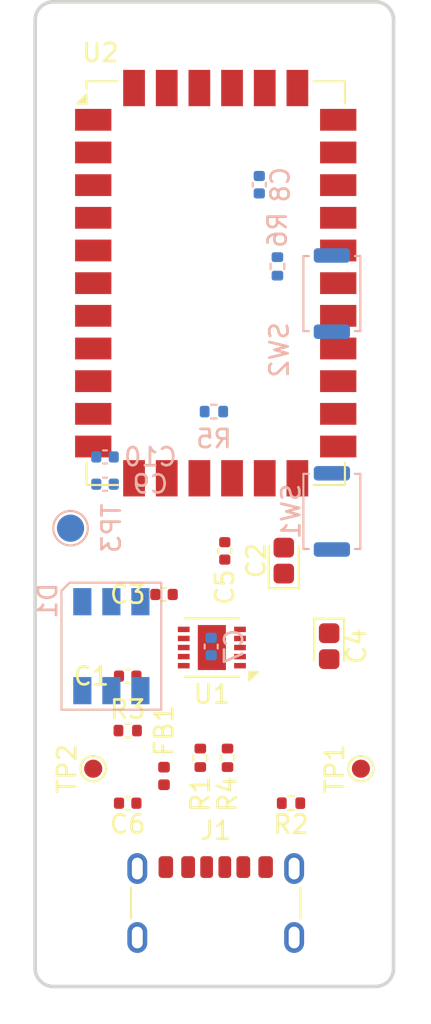
<source format=kicad_pcb>
(kicad_pcb (version 20241229) (generator "pcbnew") (generator_version "9.0")
  (layers (0 "F.Cu" signal) (2 "B.Cu" signal) (13 "F.Paste" user) (15 "B.Paste" user) (5 "F.SilkS" user "F.Silkscreen") (7 "B.SilkS" user "B.Silkscreen") (1 "F.Mask" user) (3 "B.Mask" user) (25 "Edge.Cuts" user))
  (net 0 "")
  (net 1 "+5V")
  (net 2 "GND")
  (net 3 "+3V3")
  (net 4 "VBUS")
  (net 5 "~{RST}")
  (net 6 "LED_IN")
  (net 7 "Net-(D1-DOUT)")
  (net 9 "Net-(J1-D--PadA7)")
  (net 10 "Net-(J1-CC2)")
  (net 11 "Net-(J1-D+-PadA6)")
  (net 12 "Net-(J1-CC1)")
  (net 13 "USBD-")
  (net 14 "USBD+")
  (net 15 "RAK_BOOT")
  (net 16 "I2C1_SDA")
  (net 18 "I2C1_SCL")
  (net 30 "RF_OUT")
  (footprint "Capacitor_SMD:C_0402_1005Metric" (layer "F.Cu") (at 139.65 105.4)
    (property "Reference" "C3" (at -2 0 0) (layer "F.SilkS"))
    (property "Value" "0.1u")
    (fp_line (start -0.107836 -0.36) (end 0.107836 -0.36) (stroke (width 0.12)) (layer "F.SilkS"))
    (fp_line (start -0.107836 0.36) (end 0.107836 0.36) (stroke (width 0.12)) (layer "F.SilkS"))
    (pad "1" smd roundrect (at -0.48 0) (size 0.56 0.62) (layers "F.Cu" "F.Mask" "F.Paste") (net 3 "+3V3"))
    (pad "2" smd roundrect (at 0.48 0) (size 0.56 0.62) (layers "F.Cu" "F.Mask" "F.Paste") (net 2 "GND"))
  )
  (footprint "Resistor_SMD:R_0402_1005Metric" (layer "F.Cu") (at 141.65 114.4 90)
    (property "Reference" "R1" (at -2 0 90) (layer "F.SilkS"))
    (property "Value" "27")
    (fp_line (start -0.153641 -0.38) (end 0.153641 -0.38) (stroke (width 0.12)) (layer "F.SilkS"))
    (fp_line (start -0.153641 0.38) (end 0.153641 0.38) (stroke (width 0.12)) (layer "F.SilkS"))
    (pad "1" smd roundrect (at -0.51 0 90) (size 0.54 0.64) (layers "F.Cu" "F.Mask" "F.Paste") (net 9 "Net-(J1-D--PadA7)"))
    (pad "2" smd roundrect (at 0.51 0 90) (size 0.54 0.64) (layers "F.Cu" "F.Mask" "F.Paste") (net 13 "USBD-"))
  )
  (footprint "Inductor_SMD:L_0402_1005Metric" (layer "F.Cu") (at 139.65 115.4 90)
    (property "Reference" "FB1" (at 2.5 0 90) (layer "F.SilkS"))
    (property "Value" "FerriteBead" (hide yes))
    (pad "1" smd roundrect (at -0.485 0 90) (size 0.59 0.64) (layers "F.Cu" "F.Mask" "F.Paste") (net 4 "VBUS"))
    (pad "2" smd roundrect (at 0.485 0 90) (size 0.59 0.64) (layers "F.Cu" "F.Mask" "F.Paste") (net 1 "+5V"))
  )
  (footprint "Resistor_SMD:R_0402_1005Metric" (layer "F.Cu") (at 146.65 116.9 180)
    (property "Reference" "R2" (at 0 -1.17 0) (layer "F.SilkS"))
    (property "Value" "5.1k")
    (fp_line (start -0.153641 0.38) (end 0.153641 0.38) (stroke (width 0.12)) (layer "F.SilkS"))
    (fp_line (start -0.153641 -0.38) (end 0.153641 -0.38) (stroke (width 0.12)) (layer "F.SilkS"))
    (pad "1" smd roundrect (at -0.51 0 180) (size 0.54 0.64) (layers "F.Cu" "F.Mask" "F.Paste") (net 2 "GND"))
    (pad "2" smd roundrect (at 0.51 0 180) (size 0.54 0.64) (layers "F.Cu" "F.Mask" "F.Paste") (net 10 "Net-(J1-CC2)"))
  )
  (footprint "Capacitor_SMD:C_0402_1005Metric" (layer "F.Cu") (at 137.65 116.9 180)
    (property "Reference" "C6" (at 0 -1.16 0) (layer "F.SilkS"))
    (property "Value" "10nF")
    (fp_line (start -0.107836 0.36) (end 0.107836 0.36) (stroke (width 0.12)) (layer "F.SilkS"))
    (fp_line (start -0.107836 -0.36) (end 0.107836 -0.36) (stroke (width 0.12)) (layer "F.SilkS"))
    (pad "1" smd roundrect (at -0.48 0 180) (size 0.56 0.62) (layers "F.Cu" "F.Mask" "F.Paste") (net 4 "VBUS"))
    (pad "2" smd roundrect (at 0.48 0 180) (size 0.56 0.62) (layers "F.Cu" "F.Mask" "F.Paste") (net 2 "GND"))
  )
  (footprint "TestPoint:TestPoint_Pad_D1.0mm" (layer "F.Cu") (at 135.75 115 90)
    (property "Reference" "TP2" (at 0 -1.448 90) (layer "F.SilkS"))
    (property "Value" "TestPoint")
    (fp_circle (center 0 0) (end 0 0.7) (stroke (width 0.12)) (fill no) (layer "F.SilkS"))
    (pad "1" smd circle (at 0 0 90) (size 1 1) (layers "F.Cu" "F.Mask") (net 9 "Net-(J1-D--PadA7)"))
  )
  (footprint "TestPoint:TestPoint_Pad_D1.0mm" (layer "F.Cu") (at 150.5 115 90)
    (property "Reference" "TP1" (at 0 -1.448 90) (layer "F.SilkS"))
    (property "Value" "TestPoint")
    (fp_circle (center 0 0) (end 0 0.7) (stroke (width 0.12)) (fill no) (layer "F.SilkS"))
    (pad "1" smd circle (at 0 0 90) (size 1 1) (layers "F.Cu" "F.Mask") (net 11 "Net-(J1-D+-PadA6)"))
  )
  (footprint "Resistor_SMD:R_0402_1005Metric" (layer "F.Cu") (at 137.65 112.9)
    (property "Reference" "R3" (at 0 -1.17 0) (layer "F.SilkS"))
    (property "Value" "5.1k")
    (fp_line (start -0.153641 -0.38) (end 0.153641 -0.38) (stroke (width 0.12)) (layer "F.SilkS"))
    (fp_line (start -0.153641 0.38) (end 0.153641 0.38) (stroke (width 0.12)) (layer "F.SilkS"))
    (pad "1" smd roundrect (at -0.51 0) (size 0.54 0.64) (layers "F.Cu" "F.Mask" "F.Paste") (net 2 "GND"))
    (pad "2" smd roundrect (at 0.51 0) (size 0.54 0.64) (layers "F.Cu" "F.Mask" "F.Paste") (net 12 "Net-(J1-CC1)"))
  )
  (footprint "Capacitor_SMD:C_0402_1005Metric" (layer "F.Cu") (at 137.65 109.9 180)
    (property "Reference" "C1" (at 2 0 0) (layer "F.SilkS"))
    (property "Value" "0.1u")
    (fp_line (start -0.107836 0.36) (end 0.107836 0.36) (stroke (width 0.12)) (layer "F.SilkS"))
    (fp_line (start -0.107836 -0.36) (end 0.107836 -0.36) (stroke (width 0.12)) (layer "F.SilkS"))
    (pad "1" smd roundrect (at -0.48 0 180) (size 0.56 0.62) (layers "F.Cu" "F.Mask" "F.Paste") (net 1 "+5V"))
    (pad "2" smd roundrect (at 0.48 0 180) (size 0.56 0.62) (layers "F.Cu" "F.Mask" "F.Paste") (net 2 "GND"))
  )
  (footprint "Package_DFN_QFN:DFN-10-1EP_3x3mm_P0.5mm_EP1.55x2.48mm" (layer "F.Cu") (at 142.2875 108.325 180)
    (property "Reference" "U1" (at 0 -2.575 0) (layer "F.SilkS"))
    (property "Value" "FT200XD")
    (fp_line (start -1.5 1.61) (end 1.5 1.61) (stroke (width 0.12)) (layer "F.SilkS"))
    (fp_line (start -1.5 -1.61) (end 1.5 -1.61) (stroke (width 0.12)) (layer "F.SilkS"))
    (fp_poly (pts (xy -2.06 -1.34) (xy -2.54 -1.34) (xy -2.06 -1.82) (xy -2.06 -1.34)) (stroke (width 0.12)) (fill yes) (layer "F.SilkS"))
    (pad "1" smd rect (at -1.55 -1 180) (size 0.65 0.3) (layers "F.Cu" "F.Mask" "F.Paste") (net 13 "USBD-"))
    (pad "2" smd rect (at -1.55 -0.5 180) (size 0.65 0.3) (layers "F.Cu" "F.Mask" "F.Paste") (net 2 "GND"))
    (pad "3" smd rect (at -1.55 0 180) (size 0.65 0.3) (layers "F.Cu" "F.Mask" "F.Paste") (net 3 "+3V3"))
    (pad "4" smd rect (at -1.55 0.5 180) (size 0.65 0.3) (layers "F.Cu" "F.Mask" "F.Paste") (net 1 "+5V"))
    (pad "5" smd rect (at -1.55 1 180) (size 0.65 0.3) (layers "F.Cu" "F.Mask" "F.Paste"))
    (pad "6" smd rect (at 1.55 1 180) (size 0.65 0.3) (layers "F.Cu" "F.Mask" "F.Paste") (net 18 "I2C1_SCL"))
    (pad "7" smd rect (at 1.55 0.5 180) (size 0.65 0.3) (layers "F.Cu" "F.Mask" "F.Paste") (net 3 "+3V3"))
    (pad "8" smd rect (at 1.55 0 180) (size 0.65 0.3) (layers "F.Cu" "F.Mask" "F.Paste") (net 16 "I2C1_SDA"))
    (pad "9" smd rect (at 1.55 -0.5 180) (size 0.65 0.3) (layers "F.Cu" "F.Mask" "F.Paste") (net 2 "GND"))
    (pad "10" smd rect (at 1.55 -1 180) (size 0.65 0.3) (layers "F.Cu" "F.Mask" "F.Paste") (net 14 "USBD+"))
    (pad "11" smd rect (at 0 0 180) (size 1.55 2.48) (layers "F.Cu" "F.Mask") (net 2 "GND"))
  )
  (footprint "Resistor_SMD:R_0402_1005Metric" (layer "F.Cu") (at 143.15 114.4 90)
    (property "Reference" "R4" (at -2 0 90) (layer "F.SilkS"))
    (property "Value" "27")
    (fp_line (start -0.153641 -0.38) (end 0.153641 -0.38) (stroke (width 0.12)) (layer "F.SilkS"))
    (fp_line (start -0.153641 0.38) (end 0.153641 0.38) (stroke (width 0.12)) (layer "F.SilkS"))
    (pad "1" smd roundrect (at -0.51 0 90) (size 0.54 0.64) (layers "F.Cu" "F.Mask" "F.Paste") (net 11 "Net-(J1-D+-PadA6)"))
    (pad "2" smd roundrect (at 0.51 0 90) (size 0.54 0.64) (layers "F.Cu" "F.Mask" "F.Paste") (net 14 "USBD+"))
  )
  (footprint "Capacitor_Tantalum_SMD:CP_EIA-1608-08_AVX-J" (layer "F.Cu") (at 146.25 103.535 90)
    (property "Reference" "C2" (at 0 -1.52 90) (layer "F.SilkS"))
    (property "Value" "4.7u")
    (fp_line (start 0.8 -0.825) (end -1.52 -0.825) (stroke (width 0.12)) (layer "F.SilkS"))
    (fp_line (start -1.52 -0.825) (end -1.52 0.825) (stroke (width 0.12)) (layer "F.SilkS"))
    (fp_line (start -1.52 0.825) (end 0.8 0.825) (stroke (width 0.12)) (layer "F.SilkS"))
    (pad "1" smd roundrect (at -0.715 0 90) (size 1.09 1.13) (layers "F.Cu" "F.Mask" "F.Paste") (roundrect_rratio 0.229358) (net 1 "+5V"))
    (pad "2" smd roundrect (at 0.715 0 90) (size 1.09 1.13) (layers "F.Cu" "F.Mask" "F.Paste") (roundrect_rratio 0.229358) (net 2 "GND"))
  )
  (footprint "Connector_USB:USB_C_Receptacle_GCT_USB4125-xx-x_6P_TopMnt_Horizontal" (layer "F.Cu") (at 142.5 123.5)
    (property "Reference" "J1" (at 0 -5.1 0) (layer "F.SilkS"))
    (property "Value" "USB_C_Receptacle_USB2.0_14P")
    (fp_line (start -4.67 -0.25) (end -4.67 -1.95) (stroke (width 0.12)) (layer "F.SilkS"))
    (fp_line (start 4.67 -0.25) (end 4.67 -1.95) (stroke (width 0.12)) (layer "F.SilkS"))
    (pad "A5" smd roundrect (at -0.5 -3.08) (size 0.7 1.2) (layers "F.Cu" "F.Mask" "F.Paste") (net 12 "Net-(J1-CC1)"))
    (pad "A9" smd roundrect (at 1.52 -3.08 180) (size 0.76 1.2) (layers "F.Cu" "F.Mask" "F.Paste") (net 4 "VBUS"))
    (pad "A12" smd roundrect (at 2.75 -3.08 180) (size 0.8 1.2) (layers "F.Cu" "F.Mask" "F.Paste") (net 2 "GND"))
    (pad "B5" smd roundrect (at 0.5 -3.08 180) (size 0.7 1.2) (layers "F.Cu" "F.Mask" "F.Paste") (net 10 "Net-(J1-CC2)"))
    (pad "B9" smd roundrect (at -1.52 -3.08) (size 0.76 1.2) (layers "F.Cu" "F.Mask" "F.Paste") (net 4 "VBUS"))
    (pad "B12" smd roundrect (at -2.75 -3.08) (size 0.8 1.2) (layers "F.Cu" "F.Mask" "F.Paste") (net 2 "GND"))
    (pad "S1" thru_hole oval (at -4.32 -3) (size 1.1 1.7) (drill oval 0.6 1.2) (property pad_prop_heatsink) (layers "*.Cu" "*.Mask" "F.Paste") (net 2 "GND"))
    (pad "S1" thru_hole oval (at -4.32 0.8) (size 1.1 1.7) (drill oval 0.6 1.2) (property pad_prop_heatsink) (layers "*.Cu" "*.Mask" "F.Paste") (net 2 "GND"))
    (pad "S1" thru_hole oval (at 4.32 -3) (size 1.1 1.7) (drill oval 0.6 1.2) (property pad_prop_heatsink) (layers "*.Cu" "*.Mask" "F.Paste") (net 2 "GND"))
    (pad "S1" thru_hole oval (at 4.32 0.8) (size 1.1 1.7) (drill oval 0.6 1.2) (property pad_prop_heatsink) (layers "*.Cu" "*.Mask" "F.Paste") (net 2 "GND"))
  )
  (footprint "Capacitor_SMD:C_0402_1005Metric" (layer "F.Cu") (at 143 103 90)
    (property "Reference" "C5" (at -2 0 90) (layer "F.SilkS"))
    (property "Value" "0.1u")
    (fp_line (start -0.107836 -0.36) (end 0.107836 -0.36) (stroke (width 0.12)) (layer "F.SilkS"))
    (fp_line (start -0.107836 0.36) (end 0.107836 0.36) (stroke (width 0.12)) (layer "F.SilkS"))
    (pad "1" smd roundrect (at -0.48 0 90) (size 0.56 0.62) (layers "F.Cu" "F.Mask" "F.Paste") (net 3 "+3V3"))
    (pad "2" smd roundrect (at 0.48 0 90) (size 0.56 0.62) (layers "F.Cu" "F.Mask" "F.Paste") (net 2 "GND"))
  )
  (footprint "RF_Module:RAK811" (layer "F.Cu") (at 142.5 88.25)
    (property "Reference" "U2" (at -6.35 -12.7 0) (layer "F.SilkS"))
    (property "Value" "RAK811-HF-EU868")
    (fp_line (start -7.12 -11.12) (end -7.12 -10.7) (stroke (width 0.12)) (layer "F.SilkS"))
    (fp_line (start -7.12 -11.12) (end -5.4 -11.12) (stroke (width 0.12)) (layer "F.SilkS"))
    (fp_line (start -7.12 11.12) (end -7.12 9.9) (stroke (width 0.12)) (layer "F.SilkS"))
    (fp_line (start -5.4 11.12) (end -7.12 11.12) (stroke (width 0.12)) (layer "F.SilkS"))
    (fp_line (start 5.4 -11.12) (end 7.12 -11.12) (stroke (width 0.12)) (layer "F.SilkS"))
    (fp_line (start 5.4 11.12) (end 7.12 11.12) (stroke (width 0.12)) (layer "F.SilkS"))
    (fp_line (start 7.12 -11.12) (end 7.12 -9.9) (stroke (width 0.12)) (layer "F.SilkS"))
    (fp_line (start 7.12 9.9) (end 7.12 11.12) (stroke (width 0.12)) (layer "F.SilkS"))
    (fp_poly (pts (xy -7.12 -9.9) (xy -7.62 -9.9) (xy -7.12 -10.4) (xy -7.12 -9.9)) (stroke (width 0.12)) (fill yes) (layer "F.SilkS"))
    (pad "1" smd rect (at -6.75 -9) (size 2 1.2) (layers "F.Cu" "F.Mask" "F.Paste") (net 2 "GND"))
    (pad "2" smd rect (at -6.75 -7.2) (size 2 1.2) (layers "F.Cu" "F.Mask" "F.Paste"))
    (pad "3" smd rect (at -6.75 -5.4) (size 2 1.2) (layers "F.Cu" "F.Mask" "F.Paste"))
    (pad "4" smd rect (at -6.75 -3.6) (size 2 1.2) (layers "F.Cu" "F.Mask" "F.Paste"))
    (pad "5" smd rect (at -6.75 -1.8) (size 2 1.2) (layers "F.Cu" "F.Mask" "F.Paste"))
    (pad "6" smd rect (at -6.75 0) (size 2 1.2) (layers "F.Cu" "F.Mask" "F.Paste"))
    (pad "7" smd rect (at -6.75 1.8) (size 2 1.2) (layers "F.Cu" "F.Mask" "F.Paste"))
    (pad "8" smd rect (at -6.75 3.6) (size 2 1.2) (layers "F.Cu" "F.Mask" "F.Paste"))
    (pad "9" smd rect (at -6.75 5.4) (size 2 1.2) (layers "F.Cu" "F.Mask" "F.Paste"))
    (pad "10" smd rect (at -6.75 7.2) (size 2 1.2) (layers "F.Cu" "F.Mask" "F.Paste"))
    (pad "11" smd rect (at -6.75 9) (size 2 1.2) (layers "F.Cu" "F.Mask" "F.Paste") (net 3 "+3V3"))
    (pad "12" smd rect (at -4.5 10.75) (size 1.2 2) (layers "F.Cu" "F.Mask" "F.Paste") (net 2 "GND"))
    (pad "13" smd rect (at -2.7 10.75) (size 1.2 2) (layers "F.Cu" "F.Mask" "F.Paste") (net 6 "LED_IN"))
    (pad "14" smd rect (at -0.9 10.75) (size 1.2 2) (layers "F.Cu" "F.Mask" "F.Paste"))
    (pad "15" smd rect (at 0.9 10.75) (size 1.2 2) (layers "F.Cu" "F.Mask" "F.Paste"))
    (pad "16" smd rect (at 2.7 10.75) (size 1.2 2) (layers "F.Cu" "F.Mask" "F.Paste"))
    (pad "17" smd rect (at 4.5 10.75) (size 1.2 2) (layers "F.Cu" "F.Mask" "F.Paste") (net 15 "RAK_BOOT"))
    (pad "18" smd rect (at 6.75 9) (size 2 1.2) (layers "F.Cu" "F.Mask" "F.Paste") (net 18 "I2C1_SCL"))
    (pad "19" smd rect (at 6.75 7.2) (size 2 1.2) (layers "F.Cu" "F.Mask" "F.Paste") (net 16 "I2C1_SDA"))
    (pad "20" smd rect (at 6.75 5.4) (size 2 1.2) (layers "F.Cu" "F.Mask" "F.Paste"))
    (pad "21" smd rect (at 6.75 3.6) (size 2 1.2) (layers "F.Cu" "F.Mask" "F.Paste") (net 2 "GND"))
    (pad "22" smd rect (at 6.75 1.8) (size 2 1.2) (layers "F.Cu" "F.Mask" "F.Paste"))
    (pad "23" smd rect (at 6.75 0) (size 2 1.2) (layers "F.Cu" "F.Mask" "F.Paste"))
    (pad "24" smd rect (at 6.75 -1.8) (size 2 1.2) (layers "F.Cu" "F.Mask" "F.Paste") (net 5 "~{RST}"))
    (pad "25" smd rect (at 6.75 -3.6) (size 2 1.2) (layers "F.Cu" "F.Mask" "F.Paste"))
    (pad "26" smd rect (at 6.75 -5.4) (size 2 1.2) (layers "F.Cu" "F.Mask" "F.Paste"))
    (pad "27" smd rect (at 6.75 -7.2) (size 2 1.2) (layers "F.Cu" "F.Mask" "F.Paste"))
    (pad "28" smd rect (at 6.75 -9) (size 2 1.2) (layers "F.Cu" "F.Mask" "F.Paste") (net 2 "GND"))
    (pad "29" smd rect (at 4.5 -10.75) (size 1.2 2) (layers "F.Cu" "F.Mask" "F.Paste") (net 2 "GND"))
    (pad "30" smd rect (at 2.7 -10.75) (size 1.2 2) (layers "F.Cu" "F.Mask" "F.Paste") (net 2 "GND"))
    (pad "31" smd rect (at 0.9 -10.75) (size 1.2 2) (layers "F.Cu" "F.Mask" "F.Paste") (net 2 "GND"))
    (pad "32" smd rect (at -0.9 -10.75) (size 1.2 2) (layers "F.Cu" "F.Mask" "F.Paste") (net 2 "GND"))
    (pad "33" smd rect (at -2.7 -10.75) (size 1.2 2) (layers "F.Cu" "F.Mask" "F.Paste") (net 30 "RF_OUT"))
    (pad "34" smd rect (at -4.5 -10.75) (size 1.2 2) (layers "F.Cu" "F.Mask" "F.Paste") (net 2 "GND"))
  )
  (footprint "Capacitor_Tantalum_SMD:CP_EIA-1608-08_AVX-J" (layer "F.Cu") (at 148.75 108.25 -90)
    (property "Reference" "C4" (at 0 -1.52 90) (layer "F.SilkS"))
    (property "Value" "4.7u")
    (fp_line (start -1.52 0.825) (end 0.8 0.825) (stroke (width 0.12)) (layer "F.SilkS"))
    (fp_line (start -1.52 -0.825) (end -1.52 0.825) (stroke (width 0.12)) (layer "F.SilkS"))
    (fp_line (start 0.8 -0.825) (end -1.52 -0.825) (stroke (width 0.12)) (layer "F.SilkS"))
    (pad "1" smd roundrect (at -0.715 0 270) (size 1.09 1.13) (layers "F.Cu" "F.Mask" "F.Paste") (roundrect_rratio 0.229358) (net 3 "+3V3"))
    (pad "2" smd roundrect (at 0.715 0 270) (size 1.09 1.13) (layers "F.Cu" "F.Mask" "F.Paste") (roundrect_rratio 0.229358) (net 2 "GND"))
  )
  (footprint "Capacitor_SMD:C_0402_1005Metric" (layer "B.Cu") (at 142.25 108.27 -90)
    (property "Reference" "C7" (at 0 -1.25 90) (layer "B.SilkS") (effects (justify mirror)))
    (property "Value" "0.1u")
    (fp_line (start -0.107836 0.36) (end 0.107836 0.36) (stroke (width 0.12)) (layer "B.SilkS"))
    (fp_line (start -0.107836 -0.36) (end 0.107836 -0.36) (stroke (width 0.12)) (layer "B.SilkS"))
    (pad "1" smd roundrect (at -0.48 0 270) (size 0.56 0.62) (layers "B.Cu" "B.Mask" "B.Paste") (net 3 "+3V3"))
    (pad "2" smd roundrect (at 0.48 0 270) (size 0.56 0.62) (layers "B.Cu" "B.Mask" "B.Paste") (net 2 "GND"))
  )
  (footprint "Capacitor_SMD:C_0402_1005Metric" (layer "B.Cu") (at 144.9 82.825 90)
    (property "Reference" "C8" (at 0 1.16 90) (layer "B.SilkS") (effects (justify mirror)))
    (property "Value" "0.1u")
    (fp_line (start -0.107836 -0.36) (end 0.107836 -0.36) (stroke (width 0.12)) (layer "B.SilkS"))
    (fp_line (start -0.107836 0.36) (end 0.107836 0.36) (stroke (width 0.12)) (layer "B.SilkS"))
    (pad "1" smd roundrect (at -0.48 0 90) (size 0.56 0.62) (layers "B.Cu" "B.Mask" "B.Paste") (net 5 "~{RST}"))
    (pad "2" smd roundrect (at 0.48 0 90) (size 0.56 0.62) (layers "B.Cu" "B.Mask" "B.Paste") (net 2 "GND"))
  )
  (footprint "Button_Switch_SMD:SW_Push_SPST_NO_Alps_SKRK" (layer "B.Cu") (at 148.9 100.825 -90)
    (property "Reference" "SW1" (at 0 2.25 90) (layer "B.SilkS") (effects (justify mirror)))
    (property "Value" "SW_Push")
    (fp_line (start -2.07 1.57) (end 2.07 1.57) (stroke (width 0.12)) (layer "B.SilkS"))
    (fp_line (start 2.07 1.57) (end 2.07 1.27) (stroke (width 0.12)) (layer "B.SilkS"))
    (fp_line (start -2.07 1.27) (end -2.07 1.57) (stroke (width 0.12)) (layer "B.SilkS"))
    (fp_line (start 2.07 -1.27) (end 2.07 -1.57) (stroke (width 0.12)) (layer "B.SilkS"))
    (fp_line (start -2.07 -1.57) (end -2.07 -1.27) (stroke (width 0.12)) (layer "B.SilkS"))
    (fp_line (start 2.07 -1.57) (end -2.07 -1.57) (stroke (width 0.12)) (layer "B.SilkS"))
    (pad "1" smd roundrect (at -2.1 0 270) (size 0.8 2) (layers "B.Cu" "B.Mask" "B.Paste") (net 15 "RAK_BOOT"))
    (pad "2" smd roundrect (at 2.1 0 270) (size 0.8 2) (layers "B.Cu" "B.Mask" "B.Paste") (net 3 "+3V3"))
  )
  (footprint "Resistor_SMD:R_0402_1005Metric" (layer "B.Cu") (at 145.9 87.325 90)
    (property "Reference" "R6" (at 2 0 90) (layer "B.SilkS") (effects (justify mirror)))
    (property "Value" "10k")
    (fp_line (start -0.153641 -0.38) (end 0.153641 -0.38) (stroke (width 0.12)) (layer "B.SilkS"))
    (fp_line (start -0.153641 0.38) (end 0.153641 0.38) (stroke (width 0.12)) (layer "B.SilkS"))
    (pad "1" smd roundrect (at -0.51 0 90) (size 0.54 0.64) (layers "B.Cu" "B.Mask" "B.Paste") (net 3 "+3V3"))
    (pad "2" smd roundrect (at 0.51 0 90) (size 0.54 0.64) (layers "B.Cu" "B.Mask" "B.Paste") (net 5 "~{RST}"))
  )
  (footprint "Capacitor_SMD:C_0402_1005Metric" (layer "B.Cu") (at 136.4 97.825)
    (property "Reference" "C10" (at 2.5 0 180) (layer "B.SilkS") (effects (justify mirror)))
    (property "Value" "0.1u")
    (fp_line (start -0.107836 -0.36) (end 0.107836 -0.36) (stroke (width 0.12)) (layer "B.SilkS"))
    (fp_line (start -0.107836 0.36) (end 0.107836 0.36) (stroke (width 0.12)) (layer "B.SilkS"))
    (pad "1" smd roundrect (at -0.48 0) (size 0.56 0.62) (layers "B.Cu" "B.Mask" "B.Paste") (net 3 "+3V3"))
    (pad "2" smd roundrect (at 0.48 0) (size 0.56 0.62) (layers "B.Cu" "B.Mask" "B.Paste") (net 2 "GND"))
  )
  (footprint "LED_SMD:LED_WS2812_PLCC6_5.0x5.0mm_P1.6mm" (layer "B.Cu") (at 136.75 108.25 -90)
    (property "Reference" "D1" (at -2.5 3.5 90) (layer "B.SilkS") (effects (justify mirror)))
    (property "Value" "WS2812")
    (fp_line (start -3.05 2.75) (end -3.5 2.3) (stroke (width 0.12)) (layer "B.SilkS"))
    (fp_line (start 3.5 2.75) (end -3.05 2.75) (stroke (width 0.12)) (layer "B.SilkS"))
    (fp_line (start -3.5 2.3) (end -3.5 -2.75) (stroke (width 0.12)) (layer "B.SilkS"))
    (fp_line (start 3.5 -2.75) (end 3.5 2.75) (stroke (width 0.12)) (layer "B.SilkS"))
    (fp_line (start 3.5 -2.75) (end -3.5 -2.75) (stroke (width 0.12)) (layer "B.SilkS"))
    (pad "1" smd rect (at -2.45 1.6 270) (size 1.5 1) (layers "B.Cu" "B.Mask" "B.Paste") (net 7 "Net-(D1-DOUT)"))
    (pad "2" smd rect (at -2.45 0 270) (size 1.5 1) (layers "B.Cu" "B.Mask" "B.Paste") (net 6 "LED_IN"))
    (pad "3" smd rect (at -2.45 -1.6 270) (size 1.5 1) (layers "B.Cu" "B.Mask" "B.Paste") (net 3 "+3V3"))
    (pad "4" smd rect (at 2.45 -1.6 270) (size 1.5 1) (layers "B.Cu" "B.Mask" "B.Paste"))
    (pad "5" smd rect (at 2.45 0 270) (size 1.5 1) (layers "B.Cu" "B.Mask" "B.Paste") (net 3 "+3V3"))
    (pad "6" smd rect (at 2.45 1.6 270) (size 1.5 1) (layers "B.Cu" "B.Mask" "B.Paste") (net 2 "GND"))
  )
  (footprint "TestPoint:TestPoint_Pad_D1.5mm" (layer "B.Cu") (at 134.5 101.75 -90)
    (property "Reference" "TP3" (at 0 -2.25 90) (layer "B.SilkS") (effects (justify mirror)))
    (property "Value" "TestPoint")
    (fp_circle (center 0 0) (end 0 -0.95) (stroke (width 0.12)) (fill no) (layer "B.SilkS"))
    (pad "1" smd circle (at 0 0 270) (size 1.5 1.5) (layers "B.Cu" "B.Mask") (net 7 "Net-(D1-DOUT)"))
  )
  (footprint "Resistor_SMD:R_0402_1005Metric" (layer "B.Cu") (at 142.4 95.325 180)
    (property "Reference" "R5" (at 0 -1.5 0) (layer "B.SilkS") (effects (justify mirror)))
    (property "Value" "10k")
    (fp_line (start -0.153641 0.38) (end 0.153641 0.38) (stroke (width 0.12)) (layer "B.SilkS"))
    (fp_line (start -0.153641 -0.38) (end 0.153641 -0.38) (stroke (width 0.12)) (layer "B.SilkS"))
    (pad "1" smd roundrect (at -0.51 0 180) (size 0.54 0.64) (layers "B.Cu" "B.Mask" "B.Paste") (net 15 "RAK_BOOT"))
    (pad "2" smd roundrect (at 0.51 0 180) (size 0.54 0.64) (layers "B.Cu" "B.Mask" "B.Paste") (net 2 "GND"))
  )
  (footprint "Button_Switch_SMD:SW_Push_SPST_NO_Alps_SKRK" (layer "B.Cu") (at 148.9 88.825 90)
    (property "Reference" "SW2" (at -3.1 -2.9 90) (layer "B.SilkS") (effects (justify mirror)))
    (property "Value" "SW_Push")
    (fp_line (start 2.07 -1.57) (end -2.07 -1.57) (stroke (width 0.12)) (layer "B.SilkS"))
    (fp_line (start -2.07 -1.57) (end -2.07 -1.27) (stroke (width 0.12)) (layer "B.SilkS"))
    (fp_line (start 2.07 -1.27) (end 2.07 -1.57) (stroke (width 0.12)) (layer "B.SilkS"))
    (fp_line (start -2.07 1.27) (end -2.07 1.57) (stroke (width 0.12)) (layer "B.SilkS"))
    (fp_line (start 2.07 1.57) (end 2.07 1.27) (stroke (width 0.12)) (layer "B.SilkS"))
    (fp_line (start -2.07 1.57) (end 2.07 1.57) (stroke (width 0.12)) (layer "B.SilkS"))
    (pad "1" smd roundrect (at -2.1 0 90) (size 0.8 2) (layers "B.Cu" "B.Mask" "B.Paste") (net 2 "GND"))
    (pad "2" smd roundrect (at 2.1 0 90) (size 0.8 2) (layers "B.Cu" "B.Mask" "B.Paste") (net 5 "~{RST}"))
  )
  (footprint "Capacitor_SMD:C_0402_1005Metric" (layer "B.Cu") (at 136.4 99.325)
    (property "Reference" "C9" (at 2.5 0 180) (layer "B.SilkS") (effects (justify mirror)))
    (property "Value" "4.7u")
    (fp_line (start -0.107836 -0.36) (end 0.107836 -0.36) (stroke (width 0.12)) (layer "B.SilkS"))
    (fp_line (start -0.107836 0.36) (end 0.107836 0.36) (stroke (width 0.12)) (layer "B.SilkS"))
    (pad "1" smd roundrect (at -0.48 0) (size 0.56 0.62) (layers "B.Cu" "B.Mask" "B.Paste") (net 3 "+3V3"))
    (pad "2" smd roundrect (at 0.48 0) (size 0.56 0.62) (layers "B.Cu" "B.Mask" "B.Paste") (net 2 "GND"))
  )
  (gr_line (start 151.3 127) (end 133.55 127) (stroke (width 0.2)) (layer "Edge.Cuts"))
  (gr_arc (start 133.55 127) (mid 132.842893 126.707107) (end 132.55 126) (stroke (width 0.2)) (layer "Edge.Cuts"))
  (gr_line (start 132.55 126) (end 132.55 73.75) (stroke (width 0.2)) (layer "Edge.Cuts"))
  (gr_arc (start 151.3 72.75) (mid 152.007107 73.042893) (end 152.3 73.75) (stroke (width 0.2)) (layer "Edge.Cuts"))
  (gr_arc (start 132.55 73.75) (mid 132.842893 73.042893) (end 133.55 72.75) (stroke (width 0.2)) (layer "Edge.Cuts"))
  (gr_arc (start 152.3 126) (mid 152.007107 126.707107) (end 151.3 127) (stroke (width 0.2)) (layer "Edge.Cuts"))
  (gr_line (start 133.55 72.75) (end 151.3 72.75) (stroke (width 0.2)) (layer "Edge.Cuts"))
  (gr_line (start 152.3 73.75) (end 152.3 126) (stroke (width 0.2)) (layer "Edge.Cuts"))
)
</source>
